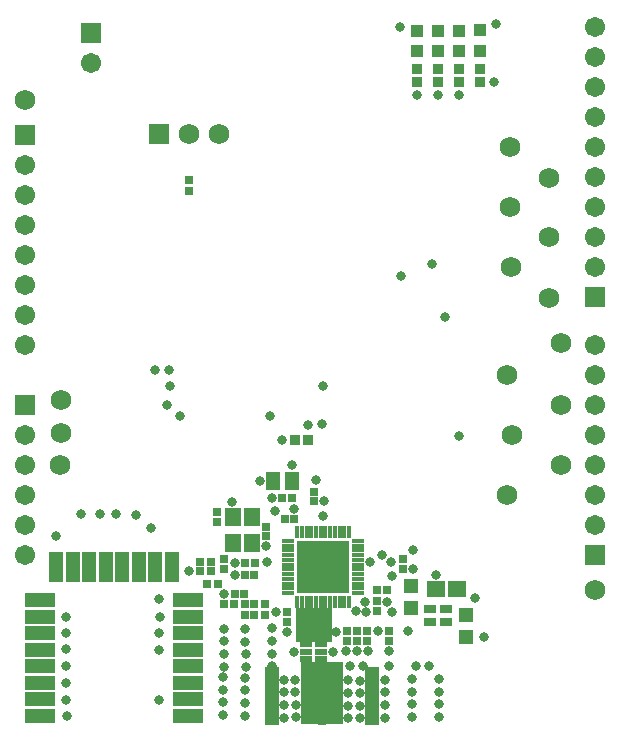
<source format=gts>
G04 Layer_Color=8388736*
%FSLAX43Y43*%
%MOMM*%
G71*
G01*
G75*
%ADD21R,1.000X1.000*%
%ADD67R,1.000X0.300*%
%ADD68R,0.300X1.000*%
%ADD80R,3.550X5.300*%
%ADD81R,3.050X2.850*%
%ADD82R,2.653X1.203*%
%ADD83R,1.203X2.653*%
%ADD84R,1.223X4.953*%
%ADD85R,0.713X2.113*%
%ADD86R,0.723X0.723*%
%ADD87R,4.500X4.500*%
%ADD88R,1.053X0.803*%
%ADD89R,1.003X0.503*%
%ADD90R,1.353X1.603*%
%ADD91R,0.953X0.853*%
%ADD92R,0.723X0.723*%
%ADD93R,0.653X0.753*%
%ADD94R,0.753X0.653*%
%ADD95R,1.303X1.303*%
%ADD96R,1.503X1.353*%
%ADD97R,1.153X1.553*%
%ADD98R,0.853X0.953*%
%ADD99C,1.753*%
%ADD100C,1.703*%
%ADD101R,1.703X1.703*%
%ADD102R,1.753X1.753*%
%ADD103C,0.803*%
%ADD104C,0.450*%
D21*
X40050Y58725D02*
D03*
Y57025D02*
D03*
X38225Y58700D02*
D03*
Y57000D02*
D03*
X36450Y58700D02*
D03*
Y57000D02*
D03*
X34675Y58700D02*
D03*
Y57000D02*
D03*
D67*
X23775Y15500D02*
D03*
Y14700D02*
D03*
Y13900D02*
D03*
Y13100D02*
D03*
Y12300D02*
D03*
Y11500D02*
D03*
Y11100D02*
D03*
Y11900D02*
D03*
Y12700D02*
D03*
Y13500D02*
D03*
Y14300D02*
D03*
Y15100D02*
D03*
X29675Y11500D02*
D03*
Y12300D02*
D03*
Y13100D02*
D03*
Y13900D02*
D03*
Y14700D02*
D03*
Y15500D02*
D03*
Y15100D02*
D03*
Y14300D02*
D03*
Y13500D02*
D03*
Y12700D02*
D03*
Y11900D02*
D03*
Y11100D02*
D03*
D68*
X24925Y10350D02*
D03*
X25725D02*
D03*
X26525D02*
D03*
X27325D02*
D03*
X28125D02*
D03*
X28925D02*
D03*
X28525D02*
D03*
X27725D02*
D03*
X26925D02*
D03*
X26125D02*
D03*
X25325D02*
D03*
X24525D02*
D03*
X28525Y16250D02*
D03*
X27725D02*
D03*
X26925D02*
D03*
X26125D02*
D03*
X25325D02*
D03*
X24525D02*
D03*
X24925D02*
D03*
X25725D02*
D03*
X26525D02*
D03*
X27325D02*
D03*
X28125D02*
D03*
X28925D02*
D03*
D80*
X26625Y2650D02*
D03*
D81*
X25925Y8425D02*
D03*
D82*
X2725Y700D02*
D03*
X15325D02*
D03*
Y2100D02*
D03*
X2725Y3500D02*
D03*
Y2100D02*
D03*
Y4900D02*
D03*
Y6300D02*
D03*
Y7700D02*
D03*
Y9100D02*
D03*
Y10500D02*
D03*
X15325Y3500D02*
D03*
Y4900D02*
D03*
Y6300D02*
D03*
Y7700D02*
D03*
Y9100D02*
D03*
Y10500D02*
D03*
D83*
X4125Y13300D02*
D03*
X5525D02*
D03*
X6925D02*
D03*
X8325D02*
D03*
X9725D02*
D03*
X11125D02*
D03*
X13925D02*
D03*
X12525D02*
D03*
D84*
X30880Y2375D02*
D03*
X22380D02*
D03*
D85*
X26630Y955D02*
D03*
D86*
X33500Y13950D02*
D03*
Y13150D02*
D03*
X28725Y7875D02*
D03*
Y7075D02*
D03*
X25475Y7625D02*
D03*
Y8425D02*
D03*
X26375Y7625D02*
D03*
Y8425D02*
D03*
X30475Y7075D02*
D03*
Y7875D02*
D03*
X29600Y7075D02*
D03*
Y7875D02*
D03*
X17750Y17925D02*
D03*
Y17125D02*
D03*
X21925Y15925D02*
D03*
Y16725D02*
D03*
X23675Y8650D02*
D03*
Y9450D02*
D03*
X17200Y12950D02*
D03*
Y13750D02*
D03*
X16275Y12950D02*
D03*
Y13750D02*
D03*
X18375Y13950D02*
D03*
Y13150D02*
D03*
X32275Y7050D02*
D03*
Y7850D02*
D03*
X31250Y9600D02*
D03*
Y10400D02*
D03*
X25975Y19650D02*
D03*
Y18850D02*
D03*
D87*
X26725Y13300D02*
D03*
D88*
X35775Y9775D02*
D03*
X37125D02*
D03*
X35775Y8675D02*
D03*
X37125D02*
D03*
D89*
X26575Y6775D02*
D03*
Y6125D02*
D03*
Y5500D02*
D03*
X25275Y6775D02*
D03*
Y6125D02*
D03*
Y5500D02*
D03*
D90*
X20675Y15350D02*
D03*
Y17550D02*
D03*
X19075Y15350D02*
D03*
Y17550D02*
D03*
D91*
X36450Y54350D02*
D03*
Y55450D02*
D03*
X34675D02*
D03*
Y54350D02*
D03*
X40050Y55475D02*
D03*
Y54375D02*
D03*
X38225Y55450D02*
D03*
Y54350D02*
D03*
D92*
X20150Y13600D02*
D03*
X20950D02*
D03*
X20100Y12600D02*
D03*
X20900D02*
D03*
X19250Y11050D02*
D03*
X20050D02*
D03*
X20900Y9250D02*
D03*
X20100D02*
D03*
X18375Y10150D02*
D03*
X19175D02*
D03*
X20100D02*
D03*
X20900D02*
D03*
X23475Y17350D02*
D03*
X24275D02*
D03*
X23275Y19150D02*
D03*
X24075D02*
D03*
X32125Y11350D02*
D03*
X31325D02*
D03*
D93*
X17825Y11900D02*
D03*
X16925D02*
D03*
D94*
X21800Y10150D02*
D03*
Y9250D02*
D03*
X15375Y46050D02*
D03*
Y45150D02*
D03*
D95*
X38850Y7400D02*
D03*
Y9200D02*
D03*
X34150Y11650D02*
D03*
Y9850D02*
D03*
D96*
X38025Y11425D02*
D03*
X36325D02*
D03*
D97*
X24075Y20575D02*
D03*
X22475D02*
D03*
D98*
X25425Y24075D02*
D03*
X24325D02*
D03*
D99*
X45875Y36100D02*
D03*
X4525Y27400D02*
D03*
X4475Y21900D02*
D03*
X42575Y48840D02*
D03*
X45850Y46250D02*
D03*
X42575Y43775D02*
D03*
X45850Y41225D02*
D03*
X42600Y38675D02*
D03*
X17915Y49950D02*
D03*
X15375D02*
D03*
X1500Y52850D02*
D03*
X49760Y11325D02*
D03*
X4525Y24650D02*
D03*
X46875Y27000D02*
D03*
X42700Y24475D02*
D03*
X46850Y21900D02*
D03*
X42275Y19400D02*
D03*
X46850Y32300D02*
D03*
X42300Y29550D02*
D03*
D100*
X1500Y32080D02*
D03*
Y34620D02*
D03*
Y37160D02*
D03*
Y39700D02*
D03*
Y42240D02*
D03*
Y44780D02*
D03*
Y47320D02*
D03*
X49760Y38680D02*
D03*
Y43760D02*
D03*
Y46300D02*
D03*
Y48840D02*
D03*
Y51380D02*
D03*
Y53920D02*
D03*
Y56460D02*
D03*
Y59000D02*
D03*
Y41220D02*
D03*
X1500Y14300D02*
D03*
Y16840D02*
D03*
Y19380D02*
D03*
Y21920D02*
D03*
Y24460D02*
D03*
X49760Y32080D02*
D03*
Y29540D02*
D03*
Y27000D02*
D03*
Y24460D02*
D03*
Y21920D02*
D03*
Y19380D02*
D03*
Y16840D02*
D03*
X7100Y55985D02*
D03*
D101*
X1500Y49860D02*
D03*
X49760Y36140D02*
D03*
X1500Y27000D02*
D03*
X49760Y14300D02*
D03*
X7100Y58525D02*
D03*
D102*
X12835Y49950D02*
D03*
D103*
X4100Y15950D02*
D03*
X37075Y34475D02*
D03*
X26625Y25375D02*
D03*
X22225Y26075D02*
D03*
X14625D02*
D03*
X12175Y16575D02*
D03*
X13525Y27025D02*
D03*
X10875Y17675D02*
D03*
X26750Y28600D02*
D03*
X13800D02*
D03*
X9200Y17750D02*
D03*
X33300Y37900D02*
D03*
X13700Y30000D02*
D03*
X35925Y38950D02*
D03*
X7825Y17750D02*
D03*
X12475Y29950D02*
D03*
X6200Y17775D02*
D03*
X12875Y2075D02*
D03*
X5000Y9100D02*
D03*
Y7700D02*
D03*
Y6325D02*
D03*
Y3500D02*
D03*
X12875Y10575D02*
D03*
Y6275D02*
D03*
Y7675D02*
D03*
X12900Y9100D02*
D03*
X5000Y4950D02*
D03*
X5025Y700D02*
D03*
X5000Y2075D02*
D03*
X32000Y3750D02*
D03*
X36550Y1692D02*
D03*
X34275Y625D02*
D03*
X36550Y3825D02*
D03*
X34275D02*
D03*
Y2758D02*
D03*
X36550D02*
D03*
X28992Y4950D02*
D03*
X30110D02*
D03*
X22375Y8100D02*
D03*
Y7033D02*
D03*
X22400Y4900D02*
D03*
Y5967D02*
D03*
X20150Y8050D02*
D03*
Y6983D02*
D03*
X20175Y4850D02*
D03*
Y5917D02*
D03*
X18300Y8075D02*
D03*
Y7008D02*
D03*
X18325Y4875D02*
D03*
Y5942D02*
D03*
X18250Y3975D02*
D03*
Y2908D02*
D03*
X18275Y775D02*
D03*
Y1842D02*
D03*
X20125Y3925D02*
D03*
Y2858D02*
D03*
X20150Y725D02*
D03*
Y1792D02*
D03*
X23400Y3750D02*
D03*
Y2683D02*
D03*
X23425Y550D02*
D03*
Y1617D02*
D03*
X24375Y3775D02*
D03*
Y2708D02*
D03*
X24400Y575D02*
D03*
Y1642D02*
D03*
X32346Y4950D02*
D03*
X35700D02*
D03*
X34582D02*
D03*
X36550Y625D02*
D03*
X34275Y1692D02*
D03*
X29825Y3675D02*
D03*
Y2608D02*
D03*
X29850Y475D02*
D03*
Y1542D02*
D03*
X28850Y3700D02*
D03*
Y2633D02*
D03*
X28875Y500D02*
D03*
Y1567D02*
D03*
X32000Y2683D02*
D03*
Y550D02*
D03*
Y1617D02*
D03*
X30700Y13750D02*
D03*
X31725Y14275D02*
D03*
X34350Y14775D02*
D03*
X27600Y6125D02*
D03*
X24250D02*
D03*
X40350Y7375D02*
D03*
X33900Y7850D02*
D03*
X26800Y18850D02*
D03*
X31350Y7875D02*
D03*
X29625Y6225D02*
D03*
X30500D02*
D03*
X28700D02*
D03*
X41375Y59250D02*
D03*
X33225Y59050D02*
D03*
X23675Y7775D02*
D03*
X22775Y9450D02*
D03*
X22000Y13725D02*
D03*
X21925Y15050D02*
D03*
X19000Y18825D02*
D03*
X19250Y13600D02*
D03*
Y12600D02*
D03*
X18375Y11050D02*
D03*
X27800Y7825D02*
D03*
X32275Y6175D02*
D03*
X30250Y10350D02*
D03*
X29500Y9575D02*
D03*
X32175Y10375D02*
D03*
X39625Y10700D02*
D03*
X32575Y9450D02*
D03*
X22625Y18000D02*
D03*
X22425Y19150D02*
D03*
X21375Y20600D02*
D03*
X24125Y21900D02*
D03*
X24250Y18175D02*
D03*
X36325Y12650D02*
D03*
X34375Y13150D02*
D03*
X30400Y9500D02*
D03*
X32450Y13700D02*
D03*
X32575Y12550D02*
D03*
X26125Y20675D02*
D03*
X15375Y12925D02*
D03*
X23275Y24075D02*
D03*
X26725Y17600D02*
D03*
X25450Y25325D02*
D03*
X41200Y54375D02*
D03*
X38200Y53250D02*
D03*
X36450D02*
D03*
X34675D02*
D03*
X38275Y24425D02*
D03*
D104*
X26675Y12100D02*
D03*
X25475D02*
D03*
X27875D02*
D03*
X27975Y13300D02*
D03*
X25475Y14500D02*
D03*
X26675Y13300D02*
D03*
X27875Y14500D02*
D03*
X26675D02*
D03*
X25475Y13300D02*
D03*
M02*

</source>
